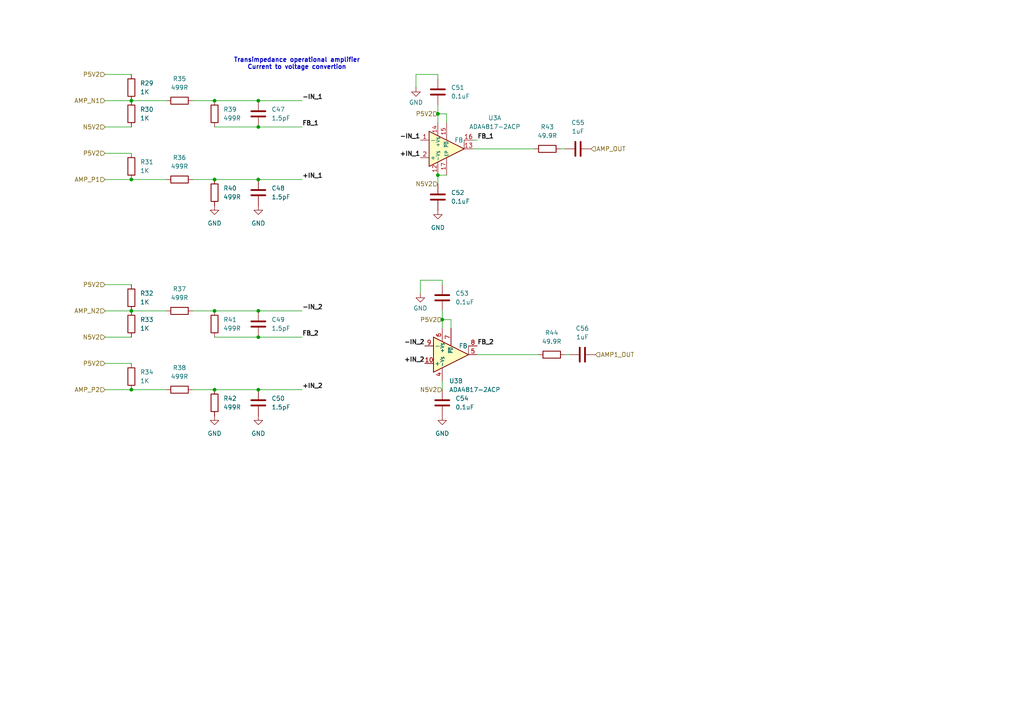
<source format=kicad_sch>
(kicad_sch (version 20250114) (generator "eeschema") (generator_version "9.0")
  (paper "A4")
  (title_block (date "2021-11-17"))
  (lib_symbols
    (symbol "Amplifier_Operational:ADA4817-2ACP" (pin_names (offset 0.254))
      (property "Reference" "U" (at 1.27 3.81 0))
      (property "Value" "ADA4817-2ACP" (at 1.27 -3.81 0))
      (symbol "ADA4817-2ACP_1_0"
        (pin no_connect line (at -5.08 0 0) (length 2.54) (hide yes) (name "") (number "11"))
        (pin power_in line (at 0 -7.62 90) (length 5.08) (name "EP") (number "17"))
        (pin output line (at 7.62 2.54 180) (length 2.54) (name "FB") (number "16"))
      )
      (symbol "ADA4817-2ACP_1_1"
        (polyline (pts (xy -5.08 5.08) (xy 5.08 0) (xy -5.08 -5.08) (xy -5.08 5.08)) (stroke (width 0.254)) (fill (type background)))
        (polyline (pts (xy 5.08 0) (xy 5.08 2.54)))
        (pin input line (at -7.62 2.54 0) (length 2.54) (name "-") (number "1"))
        (pin input line (at -7.62 -2.54 0) (length 2.54) (name "+") (number "2"))
        (pin power_in line (at -2.54 7.62 270) (length 3.81) (name "+V_{S}") (number "14"))
        (pin power_in line (at -2.54 -7.62 90) (length 3.81) (name "-V_{S}") (number "12"))
        (pin input line (at 0 7.62 270) (length 5.08) (name "~{PD}") (number "15"))
        (pin output line (at 7.62 0 180) (length 2.54) (name "~") (number "13"))
      )
      (symbol "ADA4817-2ACP_2_0"
        (pin no_connect line (at -5.08 0 0) (length 2.54) (hide yes) (name "") (number "3"))
        (pin output line (at 7.62 2.54 180) (length 2.54) (name "FB") (number "8"))
      )
      (symbol "ADA4817-2ACP_2_1"
        (polyline (pts (xy -5.08 5.08) (xy 5.08 0) (xy -5.08 -5.08) (xy -5.08 5.08)) (stroke (width 0.254)) (fill (type background)))
        (polyline (pts (xy 5.08 0) (xy 5.08 2.54)))
        (pin input line (at -7.62 2.54 0) (length 2.54) (name "-") (number "9"))
        (pin input line (at -7.62 -2.54 0) (length 2.54) (name "+") (number "10"))
        (pin power_in line (at -2.54 7.62 270) (length 3.81) (name "+V_{S}") (number "6"))
        (pin power_in line (at -2.54 -7.62 90) (length 3.81) (name "-V_{S}") (number "4"))
        (pin input line (at 0 7.62 270) (length 5.08) (name "~{PD}") (number "7"))
        (pin output line (at 7.62 0 180) (length 2.54) (name "~") (number "5"))
      )
    )
    (symbol "Device:C" (pin_numbers (hide yes)) (pin_names (offset 0.254))
      (property "Reference" "C" (at 0.635 2.54 0))
      (property "Value" "C" (at 0.635 -2.54 0))
      (symbol "C_0_1"
        (polyline (pts (xy -2.032 0.762) (xy 2.032 0.762)) (stroke (width 0.508)))
        (polyline (pts (xy -2.032 -0.762) (xy 2.032 -0.762)) (stroke (width 0.508)))
      )
      (symbol "C_1_1"
        (pin passive line (at 0 3.81 270) (length 2.794) (name "~") (number "1"))
        (pin passive line (at 0 -3.81 90) (length 2.794) (name "~") (number "2"))
      )
    )
    (symbol "Device:R" (pin_numbers (hide yes)) (pin_names (offset 0))
      (property "Reference" "R" (at 2.032 0 90))
      (property "Value" "R" (at 0 0 90))
      (symbol "R_0_1"
        (rectangle (start -1.016 -2.54) (end 1.016 2.54) (stroke (width 0.254)))
      )
      (symbol "R_1_1"
        (pin passive line (at 0 3.81 270) (length 1.27) (name "~") (number "1"))
        (pin passive line (at 0 -3.81 90) (length 1.27) (name "~") (number "2"))
      )
    )
    (symbol "power:GND" (power) (pin_numbers (hide yes)) (pin_names (offset 0) (hide yes))
      (property "Value" "GND" (at 0 -3.81 0))
      (symbol "GND_0_1"
        (polyline (pts (xy 0 0) (xy 0 -1.27) (xy 1.27 -1.27) (xy 0 -2.54) (xy -1.27 -1.27) (xy 0 -1.27)))
      )
      (symbol "GND_1_1"
        (pin power_in line (at 0 0 270) (length 0) (name "~") (number "1"))
      )
    )
  )
  (text "Transimpedance operational amplifier\nCurrent to voltage convertion" (at 86.106 18.542 0) (effects (font (size 1.27 1.27) (thickness 0.254) (bold yes))))
  (junction (at 127 33.02))
  (junction (at 38.1 90.17))
  (junction (at 62.23 90.17))
  (junction (at 74.93 113.03))
  (junction (at 74.93 52.07))
  (junction (at 74.93 97.79))
  (junction (at 74.93 90.17))
  (junction (at 74.93 29.21))
  (junction (at 128.27 92.71))
  (junction (at 62.23 52.07))
  (junction (at 127 50.8))
  (junction (at 38.1 52.07))
  (junction (at 74.93 36.83))
  (junction (at 62.23 29.21))
  (junction (at 38.1 113.03))
  (junction (at 38.1 29.21))
  (junction (at 62.23 113.03))
  (wire (pts (xy 163.83 102.87) (xy 165.1 102.87)))
  (wire (pts (xy 30.48 44.45) (xy 38.1 44.45)))
  (wire (pts (xy 128.27 90.17) (xy 128.27 92.71)))
  (wire (pts (xy 128.27 81.28) (xy 128.27 82.55)))
  (wire (pts (xy 129.54 33.02) (xy 127 33.02)))
  (wire (pts (xy 120.65 25.4) (xy 120.65 21.59)))
  (wire (pts (xy 120.65 21.59) (xy 127 21.59)))
  (wire (pts (xy 128.27 110.49) (xy 128.27 113.03)))
  (wire (pts (xy 127 50.8) (xy 129.54 50.8)))
  (wire (pts (xy 74.93 90.17) (xy 87.63 90.17)))
  (wire (pts (xy 137.16 40.64) (xy 138.43 40.64)))
  (wire (pts (xy 38.1 29.21) (xy 48.26 29.21)))
  (wire (pts (xy 55.88 90.17) (xy 62.23 90.17)))
  (wire (pts (xy 38.1 90.17) (xy 48.26 90.17)))
  (wire (pts (xy 130.81 95.25) (xy 130.81 92.71)))
  (wire (pts (xy 74.93 52.07) (xy 87.63 52.07)))
  (wire (pts (xy 30.48 82.55) (xy 38.1 82.55)))
  (wire (pts (xy 30.48 113.03) (xy 38.1 113.03)))
  (wire (pts (xy 62.23 29.21) (xy 74.93 29.21)))
  (wire (pts (xy 74.93 97.79) (xy 87.63 97.79)))
  (wire (pts (xy 55.88 29.21) (xy 62.23 29.21)))
  (wire (pts (xy 30.48 90.17) (xy 38.1 90.17)))
  (wire (pts (xy 127 33.02) (xy 127 35.56)))
  (wire (pts (xy 74.93 36.83) (xy 87.63 36.83)))
  (wire (pts (xy 30.48 21.59) (xy 38.1 21.59)))
  (wire (pts (xy 62.23 36.83) (xy 74.93 36.83)))
  (wire (pts (xy 121.92 81.28) (xy 128.27 81.28)))
  (wire (pts (xy 74.93 29.21) (xy 87.63 29.21)))
  (wire (pts (xy 127 50.8) (xy 127 53.34)))
  (wire (pts (xy 162.56 43.18) (xy 163.83 43.18)))
  (wire (pts (xy 121.92 85.09) (xy 121.92 81.28)))
  (wire (pts (xy 38.1 52.07) (xy 48.26 52.07)))
  (wire (pts (xy 30.48 97.79) (xy 38.1 97.79)))
  (wire (pts (xy 138.43 102.87) (xy 156.21 102.87)))
  (wire (pts (xy 128.27 92.71) (xy 128.27 95.25)))
  (wire (pts (xy 30.48 105.41) (xy 38.1 105.41)))
  (wire (pts (xy 30.48 29.21) (xy 38.1 29.21)))
  (wire (pts (xy 137.16 43.18) (xy 154.94 43.18)))
  (wire (pts (xy 127 30.48) (xy 127 33.02)))
  (wire (pts (xy 62.23 97.79) (xy 74.93 97.79)))
  (wire (pts (xy 62.23 52.07) (xy 74.93 52.07)))
  (wire (pts (xy 30.48 36.83) (xy 38.1 36.83)))
  (wire (pts (xy 62.23 113.03) (xy 74.93 113.03)))
  (wire (pts (xy 127 21.59) (xy 127 22.86)))
  (wire (pts (xy 62.23 90.17) (xy 74.93 90.17)))
  (wire (pts (xy 30.48 52.07) (xy 38.1 52.07)))
  (wire (pts (xy 130.81 92.71) (xy 128.27 92.71)))
  (wire (pts (xy 38.1 113.03) (xy 48.26 113.03)))
  (wire (pts (xy 129.54 35.56) (xy 129.54 33.02)))
  (wire (pts (xy 55.88 113.03) (xy 62.23 113.03)))
  (wire (pts (xy 55.88 52.07) (xy 62.23 52.07)))
  (wire (pts (xy 74.93 113.03) (xy 87.63 113.03)))
  (label "FB_1" (at 87.63 36.83 0) (effects (font (thickness 0.254) (bold yes))))
  (label "FB_1" (at 138.43 40.64 0) (effects (font (thickness 0.254) (bold yes))))
  (label "-IN_2" (at 87.63 90.17 0) (effects (font (thickness 0.254) (bold yes))))
  (label "-IN_2" (at 123.19 100.33 180) (effects (font (thickness 0.254) (bold yes))))
  (label "+IN_1" (at 87.63 52.07 0) (effects (font (thickness 0.254) (bold yes))))
  (label "+IN_2" (at 123.19 105.41 180) (effects (font (thickness 0.254) (bold yes))))
  (label "-IN_1" (at 87.63 29.21 0) (effects (font (thickness 0.254) (bold yes))))
  (label "FB_2" (at 87.63 97.79 0) (effects (font (thickness 0.254) (bold yes))))
  (label "+IN_1" (at 121.92 45.72 180) (effects (font (thickness 0.254) (bold yes))))
  (label "FB_2" (at 138.43 100.33 0) (effects (font (thickness 0.254) (bold yes))))
  (label "+IN_2" (at 87.63 113.03 0) (effects (font (thickness 0.254) (bold yes))))
  (label "-IN_1" (at 121.92 40.64 180) (effects (font (thickness 0.254) (bold yes))))
  (hierarchical_label "P5V2" (shape input) (at 128.27 92.71 180))
  (hierarchical_label "P5V2" (shape input) (at 30.48 82.55 180))
  (hierarchical_label "P5V2" (shape input) (at 127 33.02 180))
  (hierarchical_label "N5V2" (shape input) (at 128.27 113.03 180))
  (hierarchical_label "P5V2" (shape input) (at 30.48 105.41 180))
  (hierarchical_label "N5V2" (shape input) (at 30.48 36.83 180))
  (hierarchical_label "AMP_P2" (shape input) (at 30.48 113.03 180))
  (hierarchical_label "N5V2" (shape input) (at 127 53.34 180))
  (hierarchical_label "AMP_N1" (shape input) (at 30.48 29.21 180))
  (hierarchical_label "AMP_N2" (shape input) (at 30.48 90.17 180))
  (hierarchical_label "AMP_OUT" (shape input) (at 171.45 43.18 0))
  (hierarchical_label "P5V2" (shape input) (at 30.48 44.45 180))
  (hierarchical_label "P5V2" (shape input) (at 30.48 21.59 180))
  (hierarchical_label "AMP_P1" (shape input) (at 30.48 52.07 180))
  (hierarchical_label "N5V2" (shape input) (at 30.48 97.79 180))
  (hierarchical_label "AMP1_OUT" (shape input) (at 172.72 102.87 0))
  (symbol (lib_id "Device:R") (at 52.07 90.17 270) (unit 1)
    (property "Reference" "R23" (at 52.07 83.82 90))
    (property "Value" "499R" (at 52.07 86.36 90))
    (property "Footprint" "Resistor_SMD:R_0603_1608Metric" (effects (hide yes)))
    (property "Description" "Resistor" (effects (hide yes)))
    (instances (project "Minimal_Prototype_Function_Generator_V0.1" (path "" (reference "R37") (unit 1)) (path "" (reference "R23") (unit 1))))
  )
  (symbol (lib_id "Device:C") (at 74.93 55.88 0) (unit 1)
    (property "Reference" "C38" (at 78.74 54.6099 0) (effects (justify left)))
    (property "Value" "1.5pF" (at 78.74 57.1499 0) (effects (justify left)))
    (property "Footprint" "Capacitor_SMD:C_0603_1608Metric" (effects (hide yes)))
    (property "Description" "Unpolarized capacitor" (effects (hide yes)))
    (instances (project "Minimal_Prototype_Function_Generator_V0.1" (path "" (reference "C48") (unit 1)) (path "" (reference "C38") (unit 1))))
  )
  (symbol (lib_id "Device:R") (at 38.1 48.26 180) (unit 1)
    (property "Reference" "R17" (at 40.64 46.9899 0) (effects (justify right)))
    (property "Value" "1K" (at 40.64 49.5299 0) (effects (justify right)))
    (property "Footprint" "Resistor_SMD:R_0603_1608Metric" (effects (hide yes)))
    (property "Description" "Resistor" (effects (hide yes)))
    (instances (project "Minimal_Prototype_Function_Generator_V0.1" (path "" (reference "R31") (unit 1)) (path "" (reference "R17") (unit 1))))
  )
  (symbol (lib_id "power:GND") (at 128.27 120.65 0) (unit 1)
    (property "Reference" "#PWR052" (effects (hide yes)))
    (property "Value" "GND" (at 128.27 125.73 0))
    (property "Description" "Power symbol creates a global label with name \"GND\" , ground" (effects (hide yes)))
    (instances (project "Minimal_Prototype_Function_Generator_V0.1" (path "" (reference "#PWR060") (unit 1)) (path "" (reference "#PWR052") (unit 1))))
  )
  (symbol (lib_id "Device:C") (at 127 26.67 0) (unit 1)
    (property "Reference" "C42" (at 130.81 25.3999 0) (effects (justify left)))
    (property "Value" "0.1uF" (at 130.81 27.9399 0) (effects (justify left)))
    (property "Footprint" "Capacitor_SMD:C_0603_1608Metric" (effects (hide yes)))
    (property "Description" "Unpolarized capacitor" (effects (hide yes)))
    (instances (project "Minimal_Prototype_Function_Generator_V0.1" (path "" (reference "C51") (unit 1)) (path "" (reference "C42") (unit 1))))
  )
  (symbol (lib_id "Device:C") (at 127 57.15 0) (unit 1)
    (property "Reference" "C41" (at 130.81 55.8799 0) (effects (justify left)))
    (property "Value" "0.1uF" (at 130.81 58.4199 0) (effects (justify left)))
    (property "Footprint" "Capacitor_SMD:C_0603_1608Metric" (effects (hide yes)))
    (property "Description" "Unpolarized capacitor" (effects (hide yes)))
    (instances (project "Minimal_Prototype_Function_Generator_V0.1" (path "" (reference "C52") (unit 1)) (path "" (reference "C41") (unit 1))))
  )
  (symbol (lib_id "Device:C") (at 128.27 116.84 0) (unit 1)
    (property "Reference" "C44" (at 132.08 115.5699 0) (effects (justify left)))
    (property "Value" "0.1uF" (at 132.08 118.1099 0) (effects (justify left)))
    (property "Footprint" "Capacitor_SMD:C_0603_1608Metric" (effects (hide yes)))
    (property "Description" "Unpolarized capacitor" (effects (hide yes)))
    (instances (project "Minimal_Prototype_Function_Generator_V0.1" (path "" (reference "C54") (unit 1)) (path "" (reference "C44") (unit 1))))
  )
  (symbol (lib_id "Device:C") (at 74.93 93.98 0) (unit 1)
    (property "Reference" "C39" (at 78.74 92.7099 0) (effects (justify left)))
    (property "Value" "1.5pF" (at 78.74 95.2499 0) (effects (justify left)))
    (property "Footprint" "Capacitor_SMD:C_0603_1608Metric" (effects (hide yes)))
    (property "Description" "Unpolarized capacitor" (effects (hide yes)))
    (instances (project "Minimal_Prototype_Function_Generator_V0.1" (path "" (reference "C49") (unit 1)) (path "" (reference "C39") (unit 1))))
  )
  (symbol (lib_id "Device:R") (at 38.1 33.02 180) (unit 1)
    (property "Reference" "R14" (at 40.64 31.7499 0) (effects (justify right)))
    (property "Value" "1K" (at 40.64 34.2899 0) (effects (justify right)))
    (property "Footprint" "Resistor_SMD:R_0603_1608Metric" (effects (hide yes)))
    (property "Description" "Resistor" (effects (hide yes)))
    (instances (project "Minimal_Prototype_Function_Generator_V0.1" (path "" (reference "R30") (unit 1)) (path "" (reference "R14") (unit 1))))
  )
  (symbol (lib_id "Device:R") (at 38.1 109.22 180) (unit 1)
    (property "Reference" "R22" (at 40.64 107.9499 0) (effects (justify right)))
    (property "Value" "1K" (at 40.64 110.4899 0) (effects (justify right)))
    (property "Footprint" "Resistor_SMD:R_0603_1608Metric" (effects (hide yes)))
    (property "Description" "Resistor" (effects (hide yes)))
    (instances (project "Minimal_Prototype_Function_Generator_V0.1" (path "" (reference "R34") (unit 1)) (path "" (reference "R22") (unit 1))))
  )
  (symbol (lib_id "power:GND") (at 121.92 85.09 0) (unit 1)
    (property "Reference" "#PWR051" (effects (hide yes)))
    (property "Value" "GND" (at 121.92 89.408 0))
    (property "Description" "Power symbol creates a global label with name \"GND\" , ground" (effects (hide yes)))
    (instances (project "Minimal_Prototype_Function_Generator_V0.1" (path "" (reference "#PWR058") (unit 1)) (path "" (reference "#PWR051") (unit 1))))
  )
  (symbol (lib_id "power:GND") (at 62.23 120.65 0) (unit 1)
    (property "Reference" "#PWR041" (effects (hide yes)))
    (property "Value" "GND" (at 62.23 125.73 0))
    (property "Description" "Power symbol creates a global label with name \"GND\" , ground" (effects (hide yes)))
    (instances (project "Minimal_Prototype_Function_Generator_V0.1" (path "" (reference "#PWR054") (unit 1)) (path "" (reference "#PWR041") (unit 1))))
  )
  (symbol (lib_id "Device:R") (at 62.23 116.84 0) (unit 1)
    (property "Reference" "R26" (at 64.77 115.5699 0) (effects (justify left)))
    (property "Value" "499R" (at 64.77 118.1099 0) (effects (justify left)))
    (property "Footprint" "Resistor_SMD:R_0603_1608Metric" (effects (hide yes)))
    (property "Description" "Resistor" (effects (hide yes)))
    (instances (project "Minimal_Prototype_Function_Generator_V0.1" (path "" (reference "R42") (unit 1)) (path "" (reference "R26") (unit 1))))
  )
  (symbol (lib_id "power:GND") (at 120.65 25.4 0) (unit 1)
    (property "Reference" "#PWR050" (effects (hide yes)))
    (property "Value" "GND" (at 120.65 29.718 0))
    (property "Description" "Power symbol creates a global label with name \"GND\" , ground" (effects (hide yes)))
    (instances (project "Minimal_Prototype_Function_Generator_V0.1" (path "" (reference "#PWR057") (unit 1)) (path "" (reference "#PWR050") (unit 1))))
  )
  (symbol (lib_id "power:GND") (at 74.93 120.65 0) (unit 1)
    (property "Reference" "#PWR042" (effects (hide yes)))
    (property "Value" "GND" (at 74.93 125.73 0))
    (property "Description" "Power symbol creates a global label with name \"GND\" , ground" (effects (hide yes)))
    (instances (project "Minimal_Prototype_Function_Generator_V0.1" (path "" (reference "#PWR056") (unit 1)) (path "" (reference "#PWR042") (unit 1))))
  )
  (symbol (lib_id "Device:C") (at 74.93 116.84 0) (unit 1)
    (property "Reference" "C40" (at 78.74 115.5699 0) (effects (justify left)))
    (property "Value" "1.5pF" (at 78.74 118.1099 0) (effects (justify left)))
    (property "Footprint" "Capacitor_SMD:C_0603_1608Metric" (effects (hide yes)))
    (property "Description" "Unpolarized capacitor" (effects (hide yes)))
    (instances (project "Minimal_Prototype_Function_Generator_V0.1" (path "" (reference "C50") (unit 1)) (path "" (reference "C40") (unit 1))))
  )
  (symbol (lib_id "Device:R") (at 52.07 29.21 270) (unit 1)
    (property "Reference" "R15" (at 52.07 22.86 90))
    (property "Value" "499R" (at 52.07 25.4 90))
    (property "Footprint" "Resistor_SMD:R_0603_1608Metric" (effects (hide yes)))
    (property "Description" "Resistor" (effects (hide yes)))
    (instances (project "Minimal_Prototype_Function_Generator_V0.1" (path "" (reference "R35") (unit 1)) (path "" (reference "R15") (unit 1))))
  )
  (symbol (lib_id "Device:R") (at 38.1 25.4 180) (unit 1)
    (property "Reference" "R13" (at 40.64 24.1299 0) (effects (justify right)))
    (property "Value" "1K" (at 40.64 26.6699 0) (effects (justify right)))
    (property "Footprint" "Resistor_SMD:R_0603_1608Metric" (effects (hide yes)))
    (property "Description" "Resistor" (effects (hide yes)))
    (instances (project "Minimal_Prototype_Function_Generator_V0.1" (path "" (reference "R29") (unit 1)) (path "" (reference "R13") (unit 1))))
  )
  (symbol (lib_id "power:GND") (at 74.93 59.69 0) (unit 1)
    (property "Reference" "#PWR040" (effects (hide yes)))
    (property "Value" "GND" (at 74.93 64.77 0))
    (property "Description" "Power symbol creates a global label with name \"GND\" , ground" (effects (hide yes)))
    (instances (project "Minimal_Prototype_Function_Generator_V0.1" (path "" (reference "#PWR055") (unit 1)) (path "" (reference "#PWR040") (unit 1))))
  )
  (symbol (lib_id "Device:R") (at 52.07 52.07 270) (unit 1)
    (property "Reference" "R19" (at 52.07 45.72 90))
    (property "Value" "499R" (at 52.07 48.26 90))
    (property "Footprint" "Resistor_SMD:R_0603_1608Metric" (effects (hide yes)))
    (property "Description" "Resistor" (effects (hide yes)))
    (instances (project "Minimal_Prototype_Function_Generator_V0.1" (path "" (reference "R36") (unit 1)) (path "" (reference "R19") (unit 1))))
  )
  (symbol (lib_id "Device:R") (at 62.23 55.88 0) (unit 1)
    (property "Reference" "R20" (at 64.77 54.6099 0) (effects (justify left)))
    (property "Value" "499R" (at 64.77 57.1499 0) (effects (justify left)))
    (property "Footprint" "Resistor_SMD:R_0603_1608Metric" (effects (hide yes)))
    (property "Description" "Resistor" (effects (hide yes)))
    (instances (project "Minimal_Prototype_Function_Generator_V0.1" (path "" (reference "R40") (unit 1)) (path "" (reference "R20") (unit 1))))
  )
  (symbol (lib_id "Device:C") (at 128.27 86.36 0) (unit 1)
    (property "Reference" "C43" (at 132.08 85.0899 0) (effects (justify left)))
    (property "Value" "0.1uF" (at 132.08 87.6299 0) (effects (justify left)))
    (property "Footprint" "Capacitor_SMD:C_0603_1608Metric" (effects (hide yes)))
    (property "Description" "Unpolarized capacitor" (effects (hide yes)))
    (instances (project "Minimal_Prototype_Function_Generator_V0.1" (path "" (reference "C53") (unit 1)) (path "" (reference "C43") (unit 1))))
  )
  (symbol (lib_id "Device:R") (at 62.23 93.98 0) (unit 1)
    (property "Reference" "R25" (at 64.77 92.7099 0) (effects (justify left)))
    (property "Value" "499R" (at 64.77 95.2499 0) (effects (justify left)))
    (property "Footprint" "Resistor_SMD:R_0603_1608Metric" (effects (hide yes)))
    (property "Description" "Resistor" (effects (hide yes)))
    (instances (project "Minimal_Prototype_Function_Generator_V0.1" (path "" (reference "R41") (unit 1)) (path "" (reference "R25") (unit 1))))
  )
  (symbol (lib_id "Device:R") (at 38.1 86.36 180) (unit 1)
    (property "Reference" "R18" (at 40.64 85.0899 0) (effects (justify right)))
    (property "Value" "1K" (at 40.64 87.6299 0) (effects (justify right)))
    (property "Footprint" "Resistor_SMD:R_0603_1608Metric" (effects (hide yes)))
    (property "Description" "Resistor" (effects (hide yes)))
    (instances (project "Minimal_Prototype_Function_Generator_V0.1" (path "" (reference "R32") (unit 1)) (path "" (reference "R18") (unit 1))))
  )
  (symbol (lib_id "Device:R") (at 158.75 43.18 270) (unit 1)
    (property "Reference" "R27" (at 158.75 36.83 90))
    (property "Value" "49.9R" (at 158.75 39.37 90))
    (property "Footprint" "Resistor_SMD:R_0603_1608Metric" (effects (hide yes)))
    (property "Description" "Resistor" (effects (hide yes)))
    (instances (project "Minimal_Prototype_Function_Generator_V0.1" (path "" (reference "R43") (unit 1)) (path "" (reference "R27") (unit 1))))
  )
  (symbol (lib_id "Device:C") (at 74.93 33.02 0) (unit 1)
    (property "Reference" "C37" (at 78.74 31.7499 0) (effects (justify left)))
    (property "Value" "1.5pF" (at 78.74 34.2899 0) (effects (justify left)))
    (property "Footprint" "Capacitor_SMD:C_0603_1608Metric" (effects (hide yes)))
    (property "Description" "Unpolarized capacitor" (effects (hide yes)))
    (instances (project "Minimal_Prototype_Function_Generator_V0.1" (path "" (reference "C47") (unit 1)) (path "" (reference "C37") (unit 1))))
  )
  (symbol (lib_id "Device:R") (at 38.1 93.98 180) (unit 1)
    (property "Reference" "R21" (at 40.64 92.7099 0) (effects (justify right)))
    (property "Value" "1K" (at 40.64 95.2499 0) (effects (justify right)))
    (property "Footprint" "Resistor_SMD:R_0603_1608Metric" (effects (hide yes)))
    (property "Description" "Resistor" (effects (hide yes)))
    (instances (project "Minimal_Prototype_Function_Generator_V0.1" (path "" (reference "R33") (unit 1)) (path "" (reference "R21") (unit 1))))
  )
  (symbol (lib_id "power:GND") (at 62.23 59.69 0) (unit 1)
    (property "Reference" "#PWR0102" (effects (hide yes)))
    (property "Value" "GND" (at 62.23 64.77 0))
    (property "Description" "Power symbol creates a global label with name \"GND\" , ground" (effects (hide yes)))
    (instances (project "Minimal_Prototype_Function_Generator_V0.1" (path "" (reference "#PWR053") (unit 1)) (path "" (reference "#PWR0102") (unit 1))))
  )
  (symbol (lib_id "Device:R") (at 160.02 102.87 270) (unit 1)
    (property "Reference" "R28" (at 160.02 96.52 90))
    (property "Value" "49.9R" (at 160.02 99.06 90))
    (property "Footprint" "Resistor_SMD:R_0603_1608Metric" (effects (hide yes)))
    (property "Description" "Resistor" (effects (hide yes)))
    (instances (project "Minimal_Prototype_Function_Generator_V0.1" (path "" (reference "R44") (unit 1)) (path "" (reference "R28") (unit 1))))
  )
  (symbol (lib_id "Amplifier_Operational:ADA4817-2ACP") (at 130.81 102.87 0) (unit 2)
    (property "Reference" "U1" (at 130.2386 110.49 0) (effects (justify left)))
    (property "Value" "ADA4817-2ACP" (at 130.2386 113.03 0) (effects (justify left)))
    (property "Footprint" "Package_CSP:Analog_LFCSP-16-1EP_4x4mm_P0.65mm_EP2.35x2.35mm" (effects (hide yes)))
    (property "Datasheet" "https://www.analog.com/media/en/technical-documentation/data-sheets/ADA4817-1_4817-2.pdf" (effects (hide yes)))
    (property "Description" "Dual Low Noise, 1 GHz, Unity-gain stable, FastFET Op Amp, with power down, LFCSP-16-1EP" (effects (hide yes)))
    (instances (project "" (path "" (reference "U3") (unit 2)) (path "" (reference "U1") (unit 2))))
  )
  (symbol (lib_id "Device:R") (at 62.23 33.02 0) (unit 1)
    (property "Reference" "R16" (at 64.77 31.7499 0) (effects (justify left)))
    (property "Value" "499R" (at 64.77 34.2899 0) (effects (justify left)))
    (property "Footprint" "Resistor_SMD:R_0603_1608Metric" (effects (hide yes)))
    (property "Description" "Resistor" (effects (hide yes)))
    (instances (project "Minimal_Prototype_Function_Generator_V0.1" (path "" (reference "R39") (unit 1)) (path "" (reference "R16") (unit 1))))
  )
  (symbol (lib_id "power:GND") (at 127 60.96 0) (unit 1)
    (property "Reference" "#PWR0101" (effects (hide yes)))
    (property "Value" "GND" (at 127 66.04 0))
    (property "Description" "Power symbol creates a global label with name \"GND\" , ground" (effects (hide yes)))
    (instances (project "Minimal_Prototype_Function_Generator_V0.1" (path "" (reference "#PWR059") (unit 1)) (path "" (reference "#PWR0101") (unit 1))))
  )
  (symbol (lib_id "Device:R") (at 52.07 113.03 270) (unit 1)
    (property "Reference" "R24" (at 52.07 106.68 90))
    (property "Value" "499R" (at 52.07 109.22 90))
    (property "Footprint" "Resistor_SMD:R_0603_1608Metric" (effects (hide yes)))
    (property "Description" "Resistor" (effects (hide yes)))
    (instances (project "Minimal_Prototype_Function_Generator_V0.1" (path "" (reference "R38") (unit 1)) (path "" (reference "R24") (unit 1))))
  )
  (symbol (lib_id "Amplifier_Operational:ADA4817-2ACP") (at 129.54 43.18 0) (unit 1)
    (property "Reference" "U1" (at 143.51 34.2198 0))
    (property "Value" "ADA4817-2ACP" (at 143.51 36.7598 0))
    (property "Footprint" "Package_CSP:Analog_LFCSP-16-1EP_4x4mm_P0.65mm_EP2.35x2.35mm" (effects (hide yes)))
    (property "Datasheet" "https://www.analog.com/media/en/technical-documentation/data-sheets/ADA4817-1_4817-2.pdf" (effects (hide yes)))
    (property "Description" "Dual Low Noise, 1 GHz, Unity-gain stable, FastFET Op Amp, with power down, LFCSP-16-1EP" (effects (hide yes)))
    (instances (project "" (path "" (reference "U3") (unit 1)) (path "" (reference "U1") (unit 1))))
  )
  (symbol (lib_id "Device:C") (at 167.64 43.18 90) (unit 1)
    (property "Reference" "C45" (at 167.64 35.56 90))
    (property "Value" "1uF" (at 167.64 38.1 90))
    (property "Footprint" "Capacitor_SMD:C_0603_1608Metric" (effects (hide yes)))
    (property "Description" "Unpolarized capacitor" (effects (hide yes)))
    (instances (project "Minimal_Prototype_Function_Generator_V0.1" (path "" (reference "C55") (unit 1)) (path "" (reference "C45") (unit 1))))
  )
  (symbol (lib_id "Device:C") (at 168.91 102.87 90) (unit 1)
    (property "Reference" "C46" (at 168.91 95.25 90))
    (property "Value" "1uF" (at 168.91 97.79 90))
    (property "Footprint" "Capacitor_SMD:C_0603_1608Metric" (effects (hide yes)))
    (property "Description" "Unpolarized capacitor" (effects (hide yes)))
    (instances (project "Minimal_Prototype_Function_Generator_V0.1" (path "" (reference "C56") (unit 1)) (path "" (reference "C46") (unit 1))))
  )
)
</source>
